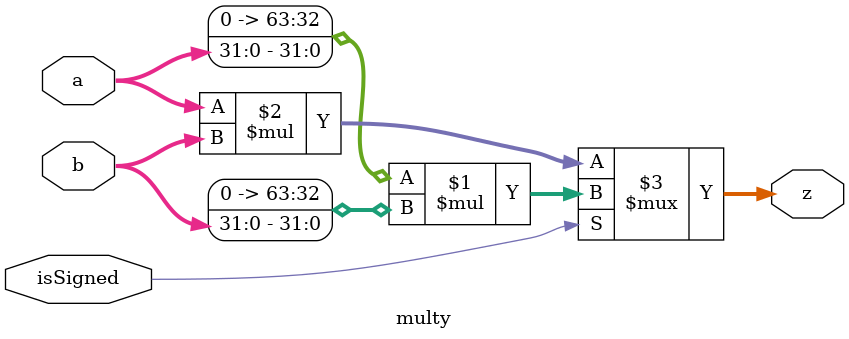
<source format=v>
`timescale 1ns / 1ps


module multy(
    input [31:0]a,
    input [31:0]b,
    input isSigned,
    output[63:0]z
);

assign z = isSigned ? $signed(a)*$signed(b):a*b;

endmodule

</source>
